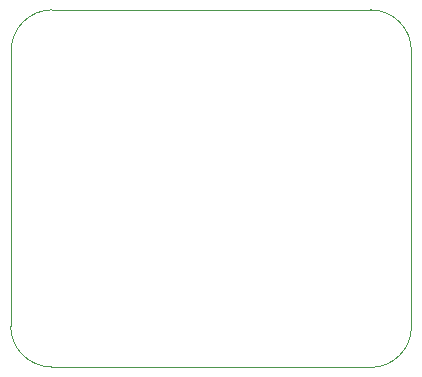
<source format=gm1>
G04 #@! TF.GenerationSoftware,KiCad,Pcbnew,(6.0.7-1)-1*
G04 #@! TF.CreationDate,2024-09-04T01:05:31+05:30*
G04 #@! TF.ProjectId,voltage_sensor,766f6c74-6167-4655-9f73-656e736f722e,rev?*
G04 #@! TF.SameCoordinates,Original*
G04 #@! TF.FileFunction,Profile,NP*
%FSLAX46Y46*%
G04 Gerber Fmt 4.6, Leading zero omitted, Abs format (unit mm)*
G04 Created by KiCad (PCBNEW (6.0.7-1)-1) date 2024-09-04 01:05:31*
%MOMM*%
%LPD*%
G01*
G04 APERTURE LIST*
G04 #@! TA.AperFunction,Profile*
%ADD10C,0.100000*%
G04 #@! TD*
G04 APERTURE END LIST*
D10*
X127656170Y-66704630D02*
G75*
G03*
X124201770Y-63250230I-3454370J30D01*
G01*
X93726000Y-90017600D02*
G75*
G03*
X97180400Y-93472000I3454400J0D01*
G01*
X124206000Y-93522800D02*
X97180400Y-93472000D01*
X127656170Y-66704630D02*
X127660400Y-90068400D01*
X124206000Y-93522800D02*
G75*
G03*
X127660400Y-90068400I0J3454400D01*
G01*
X97231200Y-63246000D02*
X124201770Y-63250230D01*
X97231200Y-63246000D02*
G75*
G03*
X93776800Y-66700400I0J-3454400D01*
G01*
X93726000Y-90017600D02*
X93776800Y-66700400D01*
M02*

</source>
